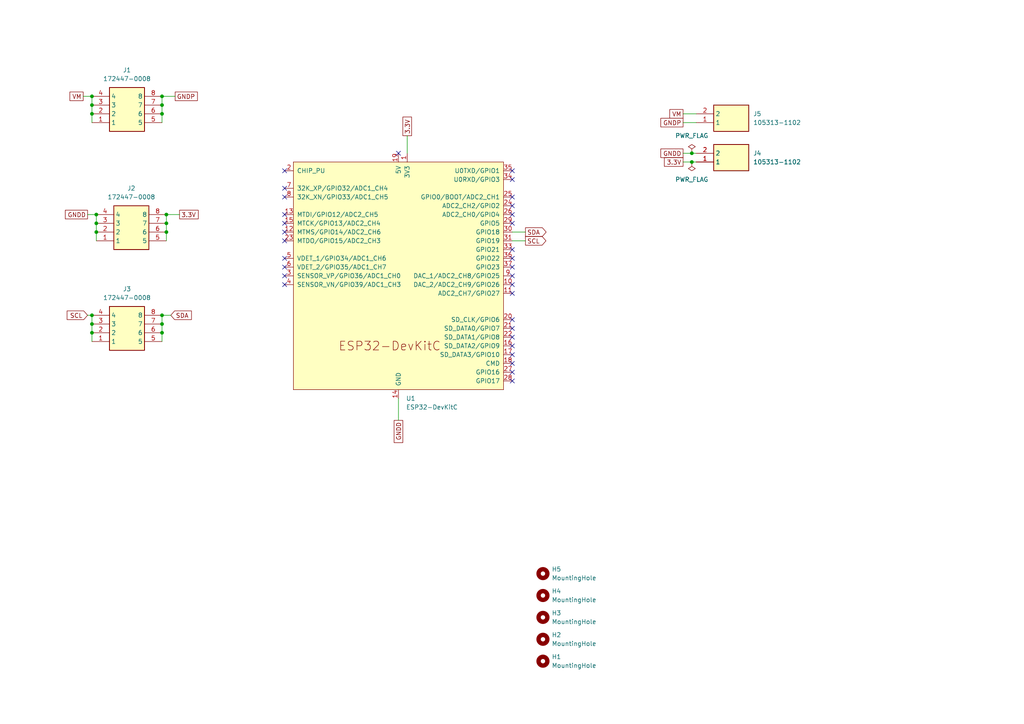
<source format=kicad_sch>
(kicad_sch (version 20231120) (generator "eeschema") (generator_version "8.0")
  (paper "A4")
  (title_block (title "Model Train Control - Controller") (date "2024-03-26") (rev "1"))
  (lib_symbols
    (symbol "105313-1102:105313-1102"
      (property "Reference" "J" (at 16.51 7.62 0))
      (property "Value" "105313-1102" (at 16.51 5.08 0))
      (symbol "105313-1102_1_1"
        (rectangle (start 5.08 2.54) (end 15.24 -5.08) (stroke (width 0.254)) (fill (type background)))
        (pin passive line (at 0 -2.54 0) (length 5.08) (name "1") (number "1"))
        (pin passive line (at 0 0 0) (length 5.08) (name "2") (number "2"))
      )
    )
    (symbol "172447-0008:172447-0008"
      (property "Reference" "J" (at 16.51 7.62 0))
      (property "Value" "172447-0008" (at 16.51 5.08 0))
      (symbol "172447-0008_1_1"
        (rectangle (start 5.08 2.54) (end 15.24 -10.16) (stroke (width 0.254)) (fill (type background)))
        (pin passive line (at 0 -7.62 0) (length 5.08) (name "1") (number "1"))
        (pin passive line (at 0 -5.08 0) (length 5.08) (name "2") (number "2"))
        (pin passive line (at 0 -2.54 0) (length 5.08) (name "3") (number "3"))
        (pin passive line (at 0 0 0) (length 5.08) (name "4") (number "4"))
        (pin passive line (at 20.32 -7.62 180) (length 5.08) (name "5") (number "5"))
        (pin passive line (at 20.32 -5.08 180) (length 5.08) (name "6") (number "6"))
        (pin passive line (at 20.32 -2.54 180) (length 5.08) (name "7") (number "7"))
        (pin passive line (at 20.32 0 180) (length 5.08) (name "8") (number "8"))
      )
    )
    (symbol "Espressif:ESP32-DevKitC" (pin_names (offset 1.016))
      (property "Reference" "U" (at -30.48 38.1 0))
      (property "Value" "ESP32-DevKitC" (at -30.48 35.56 0))
      (symbol "ESP32-DevKitC_0_0"
        (text "ESP32-DevKitC" (at -2.54 -20.32 0) (effects (font (size 2.54 2.54))))
        (pin power_in line (at 0 -35.56 90) (length 2.54) (name "GND") (number "14"))
        (pin power_in line (at 0 35.56 270) (length 2.54) (name "5V") (number "19"))
      )
      (symbol "ESP32-DevKitC_0_1"
        (rectangle (start -30.48 33.02) (end 30.48 -33.02) (fill (type background)))
      )
      (symbol "ESP32-DevKitC_1_1"
        (pin power_in line (at 2.54 35.56 270) (length 2.54) (name "3V3") (number "1"))
        (pin bidirectional line (at 33.02 -2.54 180) (length 2.54) (name "DAC_2/ADC2_CH9/GPIO26") (number "10"))
        (pin bidirectional line (at 33.02 -5.08 180) (length 2.54) (name "ADC2_CH7/GPIO27") (number "11"))
        (pin bidirectional line (at -33.02 12.7 0) (length 2.54) (name "MTMS/GPIO14/ADC2_CH6") (number "12"))
        (pin bidirectional line (at -33.02 17.78 0) (length 2.54) (name "MTDI/GPIO12/ADC2_CH5") (number "13"))
        (pin bidirectional line (at -33.02 15.24 0) (length 2.54) (name "MTCK/GPIO13/ADC2_CH4") (number "15"))
        (pin bidirectional line (at 33.02 -20.32 180) (length 2.54) (name "SD_DATA2/GPIO9") (number "16"))
        (pin bidirectional line (at 33.02 -22.86 180) (length 2.54) (name "SD_DATA3/GPIO10") (number "17"))
        (pin bidirectional line (at 33.02 -25.4 180) (length 2.54) (name "CMD") (number "18"))
        (pin input line (at -33.02 30.48 0) (length 2.54) (name "CHIP_PU") (number "2"))
        (pin bidirectional line (at 33.02 -12.7 180) (length 2.54) (name "SD_CLK/GPIO6") (number "20"))
        (pin bidirectional line (at 33.02 -15.24 180) (length 2.54) (name "SD_DATA0/GPIO7") (number "21"))
        (pin bidirectional line (at 33.02 -17.78 180) (length 2.54) (name "SD_DATA1/GPIO8") (number "22"))
        (pin bidirectional line (at -33.02 10.16 0) (length 2.54) (name "MTDO/GPIO15/ADC2_CH3") (number "23"))
        (pin bidirectional line (at 33.02 20.32 180) (length 2.54) (name "ADC2_CH2/GPIO2") (number "24"))
        (pin bidirectional line (at 33.02 22.86 180) (length 2.54) (name "GPIO0/BOOT/ADC2_CH1") (number "25"))
        (pin bidirectional line (at 33.02 17.78 180) (length 2.54) (name "ADC2_CH0/GPIO4") (number "26"))
        (pin bidirectional line (at 33.02 -27.94 180) (length 2.54) (name "GPIO16") (number "27"))
        (pin bidirectional line (at 33.02 -30.48 180) (length 2.54) (name "GPIO17") (number "28"))
        (pin bidirectional line (at 33.02 15.24 180) (length 2.54) (name "GPIO5") (number "29"))
        (pin input line (at -33.02 0 0) (length 2.54) (name "SENSOR_VP/GPIO36/ADC1_CH0") (number "3"))
        (pin bidirectional line (at 33.02 12.7 180) (length 2.54) (name "GPIO18") (number "30"))
        (pin bidirectional line (at 33.02 10.16 180) (length 2.54) (name "GPIO19") (number "31"))
        (pin passive line (at 0 -35.56 90) (length 2.54) hide (name "GND") (number "32"))
        (pin bidirectional line (at 33.02 7.62 180) (length 2.54) (name "GPIO21") (number "33"))
        (pin bidirectional line (at 33.02 27.94 180) (length 2.54) (name "U0RXD/GPIO3") (number "34"))
        (pin bidirectional line (at 33.02 30.48 180) (length 2.54) (name "U0TXD/GPIO1") (number "35"))
        (pin bidirectional line (at 33.02 5.08 180) (length 2.54) (name "GPIO22") (number "36"))
        (pin bidirectional line (at 33.02 2.54 180) (length 2.54) (name "GPIO23") (number "37"))
        (pin passive line (at 0 -35.56 90) (length 2.54) hide (name "GND") (number "38"))
        (pin input line (at -33.02 -2.54 0) (length 2.54) (name "SENSOR_VN/GPIO39/ADC1_CH3") (number "4"))
        (pin input line (at -33.02 5.08 0) (length 2.54) (name "VDET_1/GPIO34/ADC1_CH6") (number "5"))
        (pin input line (at -33.02 2.54 0) (length 2.54) (name "VDET_2/GPIO35/ADC1_CH7") (number "6"))
        (pin bidirectional line (at -33.02 25.4 0) (length 2.54) (name "32K_XP/GPIO32/ADC1_CH4") (number "7"))
        (pin bidirectional line (at -33.02 22.86 0) (length 2.54) (name "32K_XN/GPIO33/ADC1_CH5") (number "8"))
        (pin bidirectional line (at 33.02 0 180) (length 2.54) (name "DAC_1/ADC2_CH8/GPIO25") (number "9"))
      )
    )
    (symbol "MountingHole_1" (pin_numbers hide) (pin_names (offset 1.016) hide)
      (property "Reference" "H" (at 0 5.08 0))
      (property "Value" "MountingHole_1" (at 0 3.175 0))
      (symbol "MountingHole_1_0_1"
        (circle (center 0 0) (radius 1.27) (stroke (width 1.27)))
      )
    )
    (symbol "power:PWR_FLAG" (power) (pin_numbers hide) (pin_names (offset 0) hide)
      (property "Value" "PWR_FLAG" (at 0 3.81 0))
      (symbol "PWR_FLAG_0_0"
        (pin power_out line (at 0 0 90) (length 0) (name "~") (number "1"))
      )
      (symbol "PWR_FLAG_0_1"
        (polyline (pts (xy 0 0) (xy 0 1.27) (xy -1.016 1.905) (xy 0 2.54) (xy 1.016 1.905) (xy 0 1.27)))
      )
    )
  )
  (junction (at 26.67 27.94))
  (junction (at 48.26 62.23))
  (junction (at 48.26 64.77))
  (junction (at 26.67 33.02))
  (junction (at 26.67 30.48))
  (junction (at 27.94 67.31))
  (junction (at 200.66 46.99))
  (junction (at 46.99 96.52))
  (junction (at 27.94 62.23))
  (junction (at 26.67 96.52))
  (junction (at 46.99 93.98))
  (junction (at 48.26 67.31))
  (junction (at 27.94 64.77))
  (junction (at 46.99 33.02))
  (junction (at 46.99 27.94))
  (junction (at 26.67 93.98))
  (junction (at 26.67 91.44))
  (junction (at 200.66 44.45))
  (junction (at 46.99 91.44))
  (junction (at 46.99 30.48))
  (no_connect (at 148.59 62.23))
  (no_connect (at 148.59 49.53))
  (no_connect (at 148.59 74.93))
  (no_connect (at 82.55 77.47))
  (no_connect (at 82.55 67.31))
  (no_connect (at 148.59 105.41))
  (no_connect (at 82.55 82.55))
  (no_connect (at 148.59 77.47))
  (no_connect (at 148.59 95.25))
  (no_connect (at 82.55 49.53))
  (no_connect (at 82.55 62.23))
  (no_connect (at 148.59 100.33))
  (no_connect (at 148.59 59.69))
  (no_connect (at 148.59 52.07))
  (no_connect (at 148.59 107.95))
  (no_connect (at 148.59 82.55))
  (no_connect (at 148.59 97.79))
  (no_connect (at 148.59 110.49))
  (no_connect (at 82.55 74.93))
  (no_connect (at 148.59 64.77))
  (no_connect (at 148.59 92.71))
  (no_connect (at 148.59 102.87))
  (no_connect (at 148.59 80.01))
  (no_connect (at 82.55 57.15))
  (no_connect (at 82.55 80.01))
  (no_connect (at 148.59 72.39))
  (no_connect (at 148.59 85.09))
  (no_connect (at 148.59 57.15))
  (no_connect (at 82.55 69.85))
  (no_connect (at 82.55 54.61))
  (no_connect (at 115.57 44.45))
  (no_connect (at 82.55 64.77))
  (wire (pts (xy 46.99 27.94) (xy 46.99 30.48)))
  (wire (pts (xy 25.4 91.44) (xy 26.67 91.44)))
  (wire (pts (xy 46.99 30.48) (xy 46.99 33.02)))
  (wire (pts (xy 46.99 91.44) (xy 49.53 91.44)))
  (wire (pts (xy 46.99 96.52) (xy 46.99 99.06)))
  (wire (pts (xy 26.67 93.98) (xy 26.67 96.52)))
  (wire (pts (xy 26.67 91.44) (xy 26.67 93.98)))
  (wire (pts (xy 46.99 33.02) (xy 46.99 35.56)))
  (wire (pts (xy 26.67 27.94) (xy 26.67 30.48)))
  (wire (pts (xy 24.13 27.94) (xy 26.67 27.94)))
  (wire (pts (xy 198.12 33.02) (xy 201.93 33.02)))
  (wire (pts (xy 25.4 62.23) (xy 27.94 62.23)))
  (wire (pts (xy 48.26 62.23) (xy 52.07 62.23)))
  (wire (pts (xy 46.99 91.44) (xy 46.99 93.98)))
  (wire (pts (xy 198.12 46.99) (xy 200.66 46.99)))
  (wire (pts (xy 200.66 46.99) (xy 201.93 46.99)))
  (wire (pts (xy 46.99 93.98) (xy 46.99 96.52)))
  (wire (pts (xy 27.94 67.31) (xy 27.94 69.85)))
  (wire (pts (xy 26.67 33.02) (xy 26.67 35.56)))
  (wire (pts (xy 118.11 39.37) (xy 118.11 44.45)))
  (wire (pts (xy 115.57 115.57) (xy 115.57 121.92)))
  (wire (pts (xy 48.26 62.23) (xy 48.26 64.77)))
  (wire (pts (xy 48.26 67.31) (xy 48.26 69.85)))
  (wire (pts (xy 27.94 64.77) (xy 27.94 67.31)))
  (wire (pts (xy 198.12 44.45) (xy 200.66 44.45)))
  (wire (pts (xy 46.99 27.94) (xy 50.8 27.94)))
  (wire (pts (xy 198.12 35.56) (xy 201.93 35.56)))
  (wire (pts (xy 200.66 44.45) (xy 201.93 44.45)))
  (wire (pts (xy 148.59 67.31) (xy 152.4 67.31)))
  (wire (pts (xy 26.67 30.48) (xy 26.67 33.02)))
  (wire (pts (xy 26.67 96.52) (xy 26.67 99.06)))
  (wire (pts (xy 148.59 69.85) (xy 152.4 69.85)))
  (wire (pts (xy 48.26 64.77) (xy 48.26 67.31)))
  (wire (pts (xy 27.94 62.23) (xy 27.94 64.77)))
  (global_label "GNDP" (shape passive) (at 50.8 27.94 0) (property "Intersheetrefs" "${INTERSHEET_REFS}" (effects (hide yes))))
  (global_label "3.3V" (shape passive) (at 52.07 62.23 0) (property "Intersheetrefs" "${INTERSHEET_REFS}" (effects (hide yes))))
  (global_label "VM" (shape passive) (at 24.13 27.94 180) (property "Intersheetrefs" "${INTERSHEET_REFS}" (effects (hide yes))))
  (global_label "GNDD" (shape passive) (at 198.12 44.45 180) (property "Intersheetrefs" "${INTERSHEET_REFS}" (effects (hide yes))))
  (global_label "GNDD" (shape passive) (at 115.57 121.92 270) (property "Intersheetrefs" "${INTERSHEET_REFS}" (effects (hide yes))))
  (global_label "GNDD" (shape passive) (at 25.4 62.23 180) (property "Intersheetrefs" "${INTERSHEET_REFS}" (effects (hide yes))))
  (global_label "SDA" (shape input) (at 49.53 91.44 0) (property "Intersheetrefs" "${INTERSHEET_REFS}" (effects (hide yes))))
  (global_label "GNDP" (shape passive) (at 198.12 35.56 180) (property "Intersheetrefs" "${INTERSHEET_REFS}" (effects (hide yes))))
  (global_label "VM" (shape passive) (at 198.12 33.02 180) (property "Intersheetrefs" "${INTERSHEET_REFS}" (effects (hide yes))))
  (global_label "SCL" (shape output) (at 152.4 69.85 0) (property "Intersheetrefs" "${INTERSHEET_REFS}" (effects (hide yes))))
  (global_label "SCL" (shape input) (at 25.4 91.44 180) (property "Intersheetrefs" "${INTERSHEET_REFS}" (effects (hide yes))))
  (global_label "SDA" (shape output) (at 152.4 67.31 0) (property "Intersheetrefs" "${INTERSHEET_REFS}" (effects (hide yes))))
  (global_label "3.3V" (shape passive) (at 118.11 39.37 90) (property "Intersheetrefs" "${INTERSHEET_REFS}" (effects (hide yes))))
  (global_label "3.3V" (shape passive) (at 198.12 46.99 180) (property "Intersheetrefs" "${INTERSHEET_REFS}" (effects (hide yes))))
  (symbol (lib_id "Espressif:ESP32-DevKitC") (at 115.57 80.01 0) (unit 1)
    (property "Reference" "U1" (at 117.7641 115.57 0) (effects (justify left)))
    (property "Value" "ESP32-DevKitC" (at 117.7641 118.11 0) (effects (justify left)))
    (property "Footprint" "Espressif:ESP32-DevKitC" (effects (hide yes)))
    (property "Datasheet" "https://docs.espressif.com/projects/esp-idf/zh_CN/latest/esp32/hw-reference/esp32/get-started-devkitc.html" (effects (hide yes)))
    (property "Description" "Development Kit" (effects (hide yes)))
  )
  (symbol (lib_name "MountingHole_1") (lib_id "Mechanical:MountingHole") (at 157.48 172.72 0) (unit 1) (in_bom no)
    (property "Reference" "H4" (at 160.02 171.4499 0) (effects (justify left)))
    (property "Value" "MountingHole" (at 160.02 173.9899 0) (effects (justify left)))
    (property "Footprint" "MountingHole:MountingHole_3.2mm_M3_Pad_Via" (effects (hide yes)))
  )
  (symbol (lib_id "power:PWR_FLAG") (at 200.66 46.99 180) (unit 1)
    (property "Reference" "#FLG02" (effects (hide yes)))
    (property "Value" "PWR_FLAG" (at 200.66 52.07 0))
    (property "Description" "Special symbol for telling ERC where power comes from" (effects (hide yes)))
  )
  (symbol (lib_id "172447-0008:172447-0008") (at 26.67 91.44 0) (unit 1)
    (property "Reference" "J3" (at 36.83 83.82 0))
    (property "Value" "172447-0008" (at 36.83 86.36 0))
    (property "Footprint" "library:172447-YY08" (effects (hide yes)))
    (property "Datasheet" "https://www.molex.com/pdm_docs/sd/1724470002_sd.pdf" (effects (hide yes)))
    (property "Description" "Mini-Fit Jr. Header, Dual Row, Vertical, with Snap-in Plastic Peg PCB Lock, 8 Circuits, Nylon 6/6, UL 94V-2, Glow-Wire Capable" (effects (hide yes)))
    (property "Height" "12.8" (effects (hide yes)))
    (property "Mouser Price/Stock" "https://www.mouser.co.uk/ProductDetail/Molex/172447-0008?qs=ah3jBNVE1PTorUyalt52hw%3D%3D" (effects (hide yes)))
    (property "Manufacturer_Name" "Molex" (effects (hide yes)))
    (property "Manufacturer_Part_Number" "172447-0008" (effects (hide yes)))
    (property "Mouser#" "538-172447-0008" (effects (hide yes)))
  )
  (symbol (lib_name "MountingHole_1") (lib_id "Mechanical:MountingHole") (at 157.48 185.42 0) (unit 1) (in_bom no)
    (property "Reference" "H2" (at 160.02 184.1499 0) (effects (justify left)))
    (property "Value" "MountingHole" (at 160.02 186.6899 0) (effects (justify left)))
    (property "Footprint" "MountingHole:MountingHole_3.2mm_M3_Pad_Via" (effects (hide yes)))
  )
  (symbol (lib_id "172447-0008:172447-0008") (at 26.67 27.94 0) (unit 1)
    (property "Reference" "J1" (at 36.83 20.32 0))
    (property "Value" "172447-0008" (at 36.83 22.86 0))
    (property "Footprint" "library:172447-YY08" (effects (hide yes)))
    (property "Datasheet" "https://www.molex.com/pdm_docs/sd/1724470002_sd.pdf" (effects (hide yes)))
    (property "Description" "Mini-Fit Jr. Header, Dual Row, Vertical, with Snap-in Plastic Peg PCB Lock, 8 Circuits, Nylon 6/6, UL 94V-2, Glow-Wire Capable" (effects (hide yes)))
    (property "Height" "12.8" (effects (hide yes)))
    (property "Mouser Price/Stock" "https://www.mouser.co.uk/ProductDetail/Molex/172447-0008?qs=ah3jBNVE1PTorUyalt52hw%3D%3D" (effects (hide yes)))
    (property "Manufacturer_Name" "Molex" (effects (hide yes)))
    (property "Manufacturer_Part_Number" "172447-0008" (effects (hide yes)))
    (property "Mouser#" "538-172447-0008" (effects (hide yes)))
  )
  (symbol (lib_id "172447-0008:172447-0008") (at 27.94 62.23 0) (unit 1)
    (property "Reference" "J2" (at 38.1 54.61 0))
    (property "Value" "172447-0008" (at 38.1 57.15 0))
    (property "Footprint" "library:172447-YY08" (effects (hide yes)))
    (property "Datasheet" "https://www.molex.com/pdm_docs/sd/1724470002_sd.pdf" (effects (hide yes)))
    (property "Description" "Mini-Fit Jr. Header, Dual Row, Vertical, with Snap-in Plastic Peg PCB Lock, 8 Circuits, Nylon 6/6, UL 94V-2, Glow-Wire Capable" (effects (hide yes)))
    (property "Height" "12.8" (effects (hide yes)))
    (property "Mouser Price/Stock" "https://www.mouser.co.uk/ProductDetail/Molex/172447-0008?qs=ah3jBNVE1PTorUyalt52hw%3D%3D" (effects (hide yes)))
    (property "Manufacturer_Name" "Molex" (effects (hide yes)))
    (property "Manufacturer_Part_Number" "172447-0008" (effects (hide yes)))
    (property "Mouser#" "538-172447-0008" (effects (hide yes)))
  )
  (symbol (lib_id "105313-1102:105313-1102") (at 201.93 33.02 0) (unit 1)
    (property "Reference" "J5" (at 218.44 33.0199 0) (effects (justify left)))
    (property "Value" "105313-1102" (at 218.44 35.5599 0) (effects (justify left)))
    (property "Footprint" "library:1053131102" (effects (hide yes)))
    (property "Datasheet" "https://www.molex.com/molex/products/datasheet.jsp?part=active/1053131102_PCB_HEADERS.xml&channel=Products&Lang=en-US" (effects (hide yes)))
    (property "Description" "Molex Nano-Fit 105313, 2.5mm Pitch, 2 Way, 1 Row, Right Angle PCB Header, Through Hole" (effects (hide yes)))
    (property "Height" "6.84" (effects (hide yes)))
    (property "Mouser Price/Stock" "https://www.mouser.co.uk/ProductDetail/Molex/105313-1102?qs=PqFvFmEiOr7V6NoGOXhDtg%3D%3D" (effects (hide yes)))
    (property "Manufacturer_Name" "Molex" (effects (hide yes)))
    (property "Manufacturer_Part_Number" "105313-1102" (effects (hide yes)))
    (property "Mouser#" "538-105313-1102" (effects (hide yes)))
  )
  (symbol (lib_id "105313-1102:105313-1102") (at 201.93 44.45 0) (unit 1)
    (property "Reference" "J4" (at 218.44 44.4499 0) (effects (justify left)))
    (property "Value" "105313-1102" (at 218.44 46.9899 0) (effects (justify left)))
    (property "Footprint" "library:1053131102" (effects (hide yes)))
    (property "Datasheet" "https://www.molex.com/molex/products/datasheet.jsp?part=active/1053131102_PCB_HEADERS.xml&channel=Products&Lang=en-US" (effects (hide yes)))
    (property "Description" "Molex Nano-Fit 105313, 2.5mm Pitch, 2 Way, 1 Row, Right Angle PCB Header, Through Hole" (effects (hide yes)))
    (property "Height" "6.84" (effects (hide yes)))
    (property "Mouser Price/Stock" "https://www.mouser.co.uk/ProductDetail/Molex/105313-1102?qs=PqFvFmEiOr7V6NoGOXhDtg%3D%3D" (effects (hide yes)))
    (property "Manufacturer_Name" "Molex" (effects (hide yes)))
    (property "Manufacturer_Part_Number" "105313-1102" (effects (hide yes)))
    (property "Mouser#" "538-105313-1102" (effects (hide yes)))
  )
  (symbol (lib_name "MountingHole_1") (lib_id "Mechanical:MountingHole") (at 157.48 191.77 0) (unit 1) (in_bom no)
    (property "Reference" "H1" (at 160.02 190.4999 0) (effects (justify left)))
    (property "Value" "MountingHole" (at 160.02 193.0399 0) (effects (justify left)))
    (property "Footprint" "MountingHole:MountingHole_3.2mm_M3_Pad_Via" (effects (hide yes)))
  )
  (symbol (lib_name "MountingHole_1") (lib_id "Mechanical:MountingHole") (at 157.48 166.37 0) (unit 1) (in_bom no)
    (property "Reference" "H5" (at 160.02 165.0999 0) (effects (justify left)))
    (property "Value" "MountingHole" (at 160.02 167.6399 0) (effects (justify left)))
    (property "Footprint" "MountingHole:MountingHole_3.2mm_M3_Pad_Via" (effects (hide yes)))
  )
  (symbol (lib_id "power:PWR_FLAG") (at 200.66 44.45 0) (unit 1)
    (property "Reference" "#FLG01" (effects (hide yes)))
    (property "Value" "PWR_FLAG" (at 200.66 39.37 0))
    (property "Description" "Special symbol for telling ERC where power comes from" (effects (hide yes)))
  )
  (symbol (lib_name "MountingHole_1") (lib_id "Mechanical:MountingHole") (at 157.48 179.07 0) (unit 1) (in_bom no)
    (property "Reference" "H3" (at 160.02 177.7999 0) (effects (justify left)))
    (property "Value" "MountingHole" (at 160.02 180.3399 0) (effects (justify left)))
    (property "Footprint" "MountingHole:MountingHole_3.2mm_M3_Pad_Via" (effects (hide yes)))
  )
)
</source>
